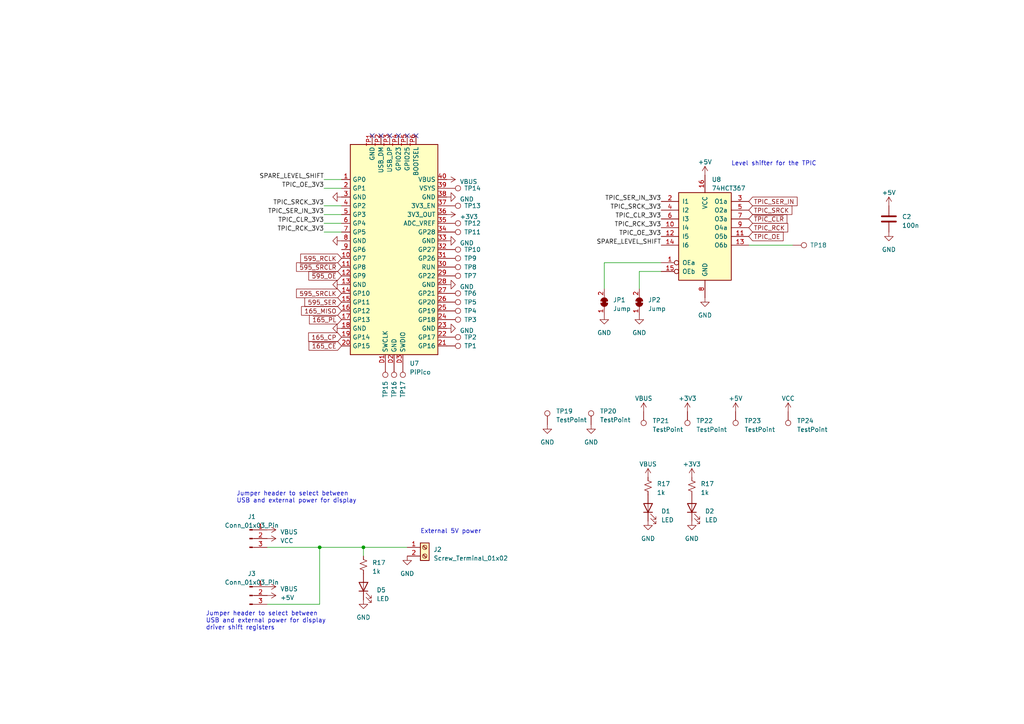
<source format=kicad_sch>
(kicad_sch (version 20230121) (generator eeschema)
  (paper "A4")
  (lib_symbols
    (symbol "74xx:74LS367" (pin_names (offset 1.016))
      (property "Reference" "U" (at -7.62 13.97 0))
      (property "Value" "74LS367" (at -7.62 -13.97 0))
      (symbol "74LS367_1_0"
        (pin input inverted (at -12.7 -7.62 0) (length 5.08) (name "OEa") (number "1"))
        (pin input line (at -12.7 2.54 0) (length 5.08) (name "I4") (number "10"))
        (pin tri_state line (at 12.7 0 180) (length 5.08) (name "O5b") (number "11"))
        (pin input line (at -12.7 0 0) (length 5.08) (name "I5") (number "12"))
        (pin tri_state line (at 12.7 -2.54 180) (length 5.08) (name "O6b") (number "13"))
        (pin input line (at -12.7 -2.54 0) (length 5.08) (name "I6") (number "14"))
        (pin input inverted (at -12.7 -10.16 0) (length 5.08) (name "OEb") (number "15"))
        (pin power_in line (at 0 17.78 270) (length 5.08) (name "VCC") (number "16"))
        (pin input line (at -12.7 10.16 0) (length 5.08) (name "I1") (number "2"))
        (pin tri_state line (at 12.7 10.16 180) (length 5.08) (name "O1a") (number "3"))
        (pin input line (at -12.7 7.62 0) (length 5.08) (name "I2") (number "4"))
        (pin tri_state line (at 12.7 7.62 180) (length 5.08) (name "O2a") (number "5"))
        (pin input line (at -12.7 5.08 0) (length 5.08) (name "I3") (number "6"))
        (pin tri_state line (at 12.7 5.08 180) (length 5.08) (name "O3a") (number "7"))
        (pin power_in line (at 0 -17.78 90) (length 5.08) (name "GND") (number "8"))
        (pin tri_state line (at 12.7 2.54 180) (length 5.08) (name "O4a") (number "9"))
      )
      (symbol "74LS367_1_1"
        (rectangle (start -7.62 12.7) (end 7.62 -12.7) (stroke (width 0.254)) (fill (type background)))
      )
    )
    (symbol "Connector:Conn_01x03_Pin" (pin_names (offset 1.016) hide)
      (property "Reference" "J" (at 0 5.08 0))
      (property "Value" "Conn_01x03_Pin" (at 0 -5.08 0))
      (symbol "Conn_01x03_Pin_1_1"
        (polyline (pts (xy 1.27 -2.54) (xy 0.8636 -2.54)) (stroke (width 0.1524)))
        (polyline (pts (xy 1.27 0) (xy 0.8636 0)) (stroke (width 0.1524)))
        (polyline (pts (xy 1.27 2.54) (xy 0.8636 2.54)) (stroke (width 0.1524)))
        (rectangle (start 0.8636 -2.413) (end 0 -2.667) (stroke (width 0.1524)) (fill (type outline)))
        (rectangle (start 0.8636 0.127) (end 0 -0.127) (stroke (width 0.1524)) (fill (type outline)))
        (rectangle (start 0.8636 2.667) (end 0 2.413) (stroke (width 0.1524)) (fill (type outline)))
        (pin passive line (at 5.08 2.54 180) (length 3.81) (name "Pin_1") (number "1"))
        (pin passive line (at 5.08 0 180) (length 3.81) (name "Pin_2") (number "2"))
        (pin passive line (at 5.08 -2.54 180) (length 3.81) (name "Pin_3") (number "3"))
      )
    )
    (symbol "Connector:Screw_Terminal_01x02" (pin_names (offset 1.016) hide)
      (property "Reference" "J" (at 0 2.54 0))
      (property "Value" "Screw_Terminal_01x02" (at 0 -5.08 0))
      (symbol "Screw_Terminal_01x02_1_1"
        (rectangle (start -1.27 1.27) (end 1.27 -3.81) (stroke (width 0.254)) (fill (type background)))
        (circle (center 0 -2.54) (radius 0.635) (stroke (width 0.1524)))
        (polyline (pts (xy -0.5334 -2.2098) (xy 0.3302 -3.048)) (stroke (width 0.1524)))
        (polyline (pts (xy -0.5334 0.3302) (xy 0.3302 -0.508)) (stroke (width 0.1524)))
        (polyline (pts (xy -0.3556 -2.032) (xy 0.508 -2.8702)) (stroke (width 0.1524)))
        (polyline (pts (xy -0.3556 0.508) (xy 0.508 -0.3302)) (stroke (width 0.1524)))
        (circle (center 0 0) (radius 0.635) (stroke (width 0.1524)))
        (pin passive line (at -5.08 0 0) (length 3.81) (name "Pin_1") (number "1"))
        (pin passive line (at -5.08 -2.54 0) (length 3.81) (name "Pin_2") (number "2"))
      )
    )
    (symbol "Connector:TestPoint" (pin_numbers hide) (pin_names (offset 0.762) hide)
      (property "Reference" "TP" (at 0 6.858 0))
      (property "Value" "TestPoint" (at 0 5.08 0))
      (symbol "TestPoint_0_1"
        (circle (center 0 3.302) (radius 0.762))
      )
      (symbol "TestPoint_1_1"
        (pin passive line (at 0 0 90) (length 2.54) (name "1") (number "1"))
      )
    )
    (symbol "Defuse_symbols:PiPico" (pin_names (offset 0.635))
      (property "Reference" "U" (at 10.16 33.02 0))
      (property "Value" "PiPico" (at 12.7 -33.02 0))
      (symbol "PiPico_0_0"
        (pin bidirectional line (at -15.24 20.32 0) (length 2.54) (name "GP0") (number "1"))
        (pin bidirectional line (at -15.24 -2.54 0) (length 2.54) (name "GP7") (number "10"))
        (pin bidirectional line (at -15.24 -5.08 0) (length 2.54) (name "GP8") (number "11"))
        (pin bidirectional line (at -15.24 -7.62 0) (length 2.54) (name "GP9") (number "12"))
        (pin bidirectional line (at -15.24 -10.16 0) (length 2.54) (name "GND") (number "13"))
        (pin bidirectional line (at -15.24 -12.7 0) (length 2.54) (name "GP10") (number "14"))
        (pin bidirectional line (at -15.24 -15.24 0) (length 2.54) (name "GP11") (number "15"))
        (pin bidirectional line (at -15.24 -17.78 0) (length 2.54) (name "GP12") (number "16"))
        (pin bidirectional line (at -15.24 -20.32 0) (length 2.54) (name "GP13") (number "17"))
        (pin bidirectional line (at -15.24 -22.86 0) (length 2.54) (name "GND") (number "18"))
        (pin bidirectional line (at -15.24 -25.4 0) (length 2.54) (name "GP14") (number "19"))
        (pin bidirectional line (at -15.24 17.78 0) (length 2.54) (name "GP1") (number "2"))
        (pin bidirectional line (at -15.24 -27.94 0) (length 2.54) (name "GP15") (number "20"))
        (pin bidirectional line (at 15.24 -27.94 180) (length 2.54) (name "GP16") (number "21"))
        (pin bidirectional line (at 15.24 -25.4 180) (length 2.54) (name "GP17") (number "22"))
        (pin bidirectional line (at 15.24 -22.86 180) (length 2.54) (name "GND") (number "23"))
        (pin bidirectional line (at 15.24 -20.32 180) (length 2.54) (name "GP18") (number "24"))
        (pin bidirectional line (at 15.24 -17.78 180) (length 2.54) (name "GP19") (number "25"))
        (pin bidirectional line (at 15.24 -15.24 180) (length 2.54) (name "GP20") (number "26"))
        (pin bidirectional line (at 15.24 -12.7 180) (length 2.54) (name "GP21") (number "27"))
        (pin bidirectional line (at 15.24 -10.16 180) (length 2.54) (name "GND") (number "28"))
        (pin bidirectional line (at 15.24 -7.62 180) (length 2.54) (name "GP22") (number "29"))
        (pin bidirectional line (at -15.24 15.24 0) (length 2.54) (name "GND") (number "3"))
        (pin bidirectional line (at 15.24 -5.08 180) (length 2.54) (name "RUN") (number "30"))
        (pin bidirectional line (at 15.24 -2.54 180) (length 2.54) (name "GP26") (number "31"))
        (pin bidirectional line (at 15.24 0 180) (length 2.54) (name "GP27") (number "32"))
        (pin bidirectional line (at 15.24 2.54 180) (length 2.54) (name "GND") (number "33"))
        (pin bidirectional line (at 15.24 5.08 180) (length 2.54) (name "GP28") (number "34"))
        (pin bidirectional line (at 15.24 7.62 180) (length 2.54) (name "ADC_VREF") (number "35"))
        (pin bidirectional line (at 15.24 10.16 180) (length 2.54) (name "3V3_OUT") (number "36"))
        (pin bidirectional line (at 15.24 12.7 180) (length 2.54) (name "3V3_EN") (number "37"))
        (pin bidirectional line (at 15.24 15.24 180) (length 2.54) (name "GND") (number "38"))
        (pin bidirectional line (at 15.24 17.78 180) (length 2.54) (name "VSYS") (number "39"))
        (pin bidirectional line (at -15.24 12.7 0) (length 2.54) (name "GP2") (number "4"))
        (pin bidirectional line (at 15.24 20.32 180) (length 2.54) (name "VBUS") (number "40"))
        (pin bidirectional line (at -15.24 10.16 0) (length 2.54) (name "GP3") (number "5"))
        (pin bidirectional line (at -15.24 7.62 0) (length 2.54) (name "GP4") (number "6"))
        (pin bidirectional line (at -15.24 5.08 0) (length 2.54) (name "GP5") (number "7"))
        (pin bidirectional line (at -15.24 2.54 0) (length 2.54) (name "GND") (number "8"))
        (pin bidirectional line (at -15.24 0 0) (length 2.54) (name "GP6") (number "9"))
        (pin bidirectional line (at -2.54 -33.02 90) (length 2.54) (name "SWCLK") (number "D1"))
        (pin bidirectional line (at 0 -33.02 90) (length 2.54) (name "GND") (number "D2"))
        (pin bidirectional line (at 2.54 -33.02 90) (length 2.54) (name "SWDIO") (number "D3"))
        (pin bidirectional line (at -6.35 33.02 270) (length 2.54) (name "GND") (number "TP1"))
        (pin bidirectional line (at -3.81 33.02 270) (length 2.54) (name "USB_DM") (number "TP2"))
        (pin bidirectional line (at -1.27 33.02 270) (length 2.54) (name "USB_DP") (number "TP3"))
        (pin bidirectional line (at 1.27 33.02 270) (length 2.54) (name "GPIO23") (number "TP4"))
        (pin bidirectional line (at 3.81 33.02 270) (length 2.54) (name "GPIO25") (number "TP5"))
        (pin bidirectional line (at 6.35 33.02 270) (length 2.54) (name "BOOTSEL") (number "TP6"))
      )
      (symbol "PiPico_0_1"
        (rectangle (start -12.7 30.48) (end 12.7 -30.48) (stroke (width 0.254)) (fill (type background)))
      )
    )
    (symbol "Device:C" (pin_numbers hide) (pin_names (offset 0.254))
      (property "Reference" "C" (at 0.635 2.54 0))
      (property "Value" "C" (at 0.635 -2.54 0))
      (symbol "C_0_1"
        (polyline (pts (xy -2.032 -0.762) (xy 2.032 -0.762)) (stroke (width 0.508)))
        (polyline (pts (xy -2.032 0.762) (xy 2.032 0.762)) (stroke (width 0.508)))
      )
      (symbol "C_1_1"
        (pin passive line (at 0 3.81 270) (length 2.794) (name "~") (number "1"))
        (pin passive line (at 0 -3.81 90) (length 2.794) (name "~") (number "2"))
      )
    )
    (symbol "Device:LED" (pin_numbers hide) (pin_names (offset 1.016) hide)
      (property "Reference" "D" (at 0 2.54 0))
      (property "Value" "LED" (at 0 -2.54 0))
      (symbol "LED_0_1"
        (polyline (pts (xy -1.27 -1.27) (xy -1.27 1.27)) (stroke (width 0.254)))
        (polyline (pts (xy -1.27 0) (xy 1.27 0)))
        (polyline (pts (xy 1.27 -1.27) (xy 1.27 1.27) (xy -1.27 0) (xy 1.27 -1.27)) (stroke (width 0.254)))
        (polyline (pts (xy -3.048 -0.762) (xy -4.572 -2.286) (xy -3.81 -2.286) (xy -4.572 -2.286) (xy -4.572 -1.524)))
        (polyline (pts (xy -1.778 -0.762) (xy -3.302 -2.286) (xy -2.54 -2.286) (xy -3.302 -2.286) (xy -3.302 -1.524)))
      )
      (symbol "LED_1_1"
        (pin passive line (at -3.81 0 0) (length 2.54) (name "K") (number "1"))
        (pin passive line (at 3.81 0 180) (length 2.54) (name "A") (number "2"))
      )
    )
    (symbol "Device:R_Small_US" (pin_numbers hide) (pin_names (offset 0.254) hide)
      (property "Reference" "R" (at 0.762 0.508 0))
      (property "Value" "R_Small_US" (at 0.762 -1.016 0))
      (symbol "R_Small_US_1_1"
        (polyline (pts (xy 0 0) (xy 1.016 -0.381) (xy 0 -0.762) (xy -1.016 -1.143) (xy 0 -1.524)))
        (polyline (pts (xy 0 1.524) (xy 1.016 1.143) (xy 0 0.762) (xy -1.016 0.381) (xy 0 0)))
        (pin passive line (at 0 2.54 270) (length 1.016) (name "~") (number "1"))
        (pin passive line (at 0 -2.54 90) (length 1.016) (name "~") (number "2"))
      )
    )
    (symbol "Jumper:SolderJumper_2_Bridged" (pin_names (offset 0) hide)
      (property "Reference" "JP" (at 0 2.032 0))
      (property "Value" "SolderJumper_2_Bridged" (at 0 -2.54 0))
      (symbol "SolderJumper_2_Bridged_0_1"
        (rectangle (start -0.508 0.508) (end 0.508 -0.508) (fill (type outline)))
        (arc (start -0.254 1.016) (mid -1.2656 0) (end -0.254 -1.016))
        (arc (start -0.254 1.016) (mid -1.2656 0) (end -0.254 -1.016) (fill (type outline)))
        (polyline (pts (xy -0.254 1.016) (xy -0.254 -1.016)))
        (polyline (pts (xy 0.254 1.016) (xy 0.254 -1.016)))
        (arc (start 0.254 -1.016) (mid 1.2656 0) (end 0.254 1.016))
        (arc (start 0.254 -1.016) (mid 1.2656 0) (end 0.254 1.016) (fill (type outline)))
      )
      (symbol "SolderJumper_2_Bridged_1_1"
        (pin passive line (at -3.81 0 0) (length 2.54) (name "A") (number "1"))
        (pin passive line (at 3.81 0 180) (length 2.54) (name "B") (number "2"))
      )
    )
    (symbol "power:+3V3" (power) (pin_names (offset 0))
      (property "Value" "+3V3" (at 0 3.556 0))
      (symbol "+3V3_0_1"
        (polyline (pts (xy -0.762 1.27) (xy 0 2.54)))
        (polyline (pts (xy 0 0) (xy 0 2.54)))
        (polyline (pts (xy 0 2.54) (xy 0.762 1.27)))
      )
      (symbol "+3V3_1_1"
        (pin power_in line (at 0 0 90) (length 0) hide (name "+3V3") (number "1"))
      )
    )
    (symbol "power:+5V" (power) (pin_names (offset 0))
      (property "Value" "+5V" (at 0 3.556 0))
      (symbol "+5V_0_1"
        (polyline (pts (xy -0.762 1.27) (xy 0 2.54)))
        (polyline (pts (xy 0 0) (xy 0 2.54)))
        (polyline (pts (xy 0 2.54) (xy 0.762 1.27)))
      )
      (symbol "+5V_1_1"
        (pin power_in line (at 0 0 90) (length 0) hide (name "+5V") (number "1"))
      )
    )
    (symbol "power:GND" (power) (pin_names (offset 0))
      (property "Value" "GND" (at 0 -3.81 0))
      (symbol "GND_0_1"
        (polyline (pts (xy 0 0) (xy 0 -1.27) (xy 1.27 -1.27) (xy 0 -2.54) (xy -1.27 -1.27) (xy 0 -1.27)))
      )
      (symbol "GND_1_1"
        (pin power_in line (at 0 0 270) (length 0) hide (name "GND") (number "1"))
      )
    )
    (symbol "power:VBUS" (power) (pin_names (offset 0))
      (property "Value" "VBUS" (at 0 3.81 0))
      (symbol "VBUS_0_1"
        (polyline (pts (xy -0.762 1.27) (xy 0 2.54)))
        (polyline (pts (xy 0 0) (xy 0 2.54)))
        (polyline (pts (xy 0 2.54) (xy 0.762 1.27)))
      )
      (symbol "VBUS_1_1"
        (pin power_in line (at 0 0 90) (length 0) hide (name "VBUS") (number "1"))
      )
    )
    (symbol "power:VCC" (power) (pin_names (offset 0))
      (property "Value" "VCC" (at 0 3.81 0))
      (symbol "VCC_0_1"
        (polyline (pts (xy -0.762 1.27) (xy 0 2.54)))
        (polyline (pts (xy 0 0) (xy 0 2.54)))
        (polyline (pts (xy 0 2.54) (xy 0.762 1.27)))
      )
      (symbol "VCC_1_1"
        (pin power_in line (at 0 0 90) (length 0) hide (name "VCC") (number "1"))
      )
    )
  )
  (junction (at 92.71 158.75))
  (junction (at 105.41 158.75))
  (no_connect (at 118.11 39.37))
  (no_connect (at 115.57 39.37))
  (no_connect (at 107.95 39.37))
  (no_connect (at 113.03 39.37))
  (no_connect (at 110.49 39.37))
  (no_connect (at 120.65 39.37))
  (wire (pts (xy 92.71 158.75) (xy 105.41 158.75)))
  (wire (pts (xy 77.47 175.26) (xy 92.71 175.26)))
  (wire (pts (xy 92.71 175.26) (xy 92.71 158.75)))
  (wire (pts (xy 175.26 76.2) (xy 191.77 76.2)))
  (wire (pts (xy 185.42 83.82) (xy 185.42 78.74)))
  (wire (pts (xy 93.98 52.07) (xy 99.06 52.07)))
  (wire (pts (xy 175.26 83.82) (xy 175.26 76.2)))
  (wire (pts (xy 217.17 71.12) (xy 229.87 71.12)))
  (wire (pts (xy 93.98 62.23) (xy 99.06 62.23)))
  (wire (pts (xy 93.98 67.31) (xy 99.06 67.31)))
  (wire (pts (xy 93.98 59.69) (xy 99.06 59.69)))
  (wire (pts (xy 185.42 78.74) (xy 191.77 78.74)))
  (wire (pts (xy 93.98 54.61) (xy 99.06 54.61)))
  (wire (pts (xy 77.47 158.75) (xy 92.71 158.75)))
  (wire (pts (xy 93.98 64.77) (xy 99.06 64.77)))
  (wire (pts (xy 105.41 161.29) (xy 105.41 158.75)))
  (wire (pts (xy 105.41 158.75) (xy 118.11 158.75)))
  (text "Level shifter for the TPIC" (at 212.09 48.26 0) (effects (font (size 1.27 1.27)) (justify left bottom)))
  (text "Jumper header to select between\nUSB and external power for display\ndriver shift registers" (at 59.69 182.88 0) (effects (font (size 1.27 1.27)) (justify left bottom)))
  (text "External 5V power" (at 121.92 154.94 0) (effects (font (size 1.27 1.27)) (justify left bottom)))
  (text "Jumper header to select between\nUSB and external power for display" (at 68.58 146.05 0) (effects (font (size 1.27 1.27)) (justify left bottom)))
  (label "TPIC_RCK_3V3" (at 191.77 66.04 180))
  (label "TPIC_SRCK_3V3" (at 191.77 60.96 180))
  (label "SPARE_LEVEL_SHIFT" (at 191.77 71.12 180))
  (label "TPIC_RCK_3V3" (at 93.98 67.31 180))
  (label "TPIC_SRCK_3V3" (at 93.98 59.69 180))
  (label "TPIC_OE_3V3" (at 93.98 54.61 180))
  (label "TPIC_CLR_3V3" (at 191.77 63.5 180))
  (label "TPIC_CLR_3V3" (at 93.98 64.77 180))
  (label "TPIC_SER_IN_3V3" (at 93.98 62.23 180))
  (label "SPARE_LEVEL_SHIFT" (at 93.98 52.07 180))
  (label "TPIC_SER_IN_3V3" (at 191.77 58.42 180))
  (label "TPIC_OE_3V3" (at 191.77 68.58 180))
  (global_label "595_SER" (shape input) (at 99.06 87.63 180) (property "Intersheetrefs" "${INTERSHEET_REFS}" (effects hide)))
  (global_label "TPIC_SRCK" (shape input) (at 217.17 60.96 0) (property "Intersheetrefs" "${INTERSHEET_REFS}" (effects hide)))
  (global_label "TPIC_RCK" (shape input) (at 217.17 66.04 0) (property "Intersheetrefs" "${INTERSHEET_REFS}" (effects hide)))
  (global_label "595_RCLK" (shape input) (at 99.06 74.93 180) (property "Intersheetrefs" "${INTERSHEET_REFS}" (effects hide)))
  (global_label "595_SRCLK" (shape input) (at 99.06 85.09 180) (property "Intersheetrefs" "${INTERSHEET_REFS}" (effects hide)))
  (global_label "~{595_OE}" (shape input) (at 99.06 80.01 180) (property "Intersheetrefs" "${INTERSHEET_REFS}" (effects hide)))
  (global_label "165_MISO" (shape input) (at 99.06 90.17 180) (property "Intersheetrefs" "${INTERSHEET_REFS}" (effects hide)))
  (global_label "165_CP" (shape input) (at 99.06 97.79 180) (property "Intersheetrefs" "${INTERSHEET_REFS}" (effects hide)))
  (global_label "~{TPIC_CLR}" (shape input) (at 217.17 63.5 0) (property "Intersheetrefs" "${INTERSHEET_REFS}" (effects hide)))
  (global_label "~{595_SRCLR}" (shape input) (at 99.06 77.47 180) (property "Intersheetrefs" "${INTERSHEET_REFS}" (effects hide)))
  (global_label "TPIC_OE" (shape input) (at 217.17 68.58 0) (property "Intersheetrefs" "${INTERSHEET_REFS}" (effects hide)))
  (global_label "~{165_CE}" (shape input) (at 99.06 100.33 180) (property "Intersheetrefs" "${INTERSHEET_REFS}" (effects hide)))
  (global_label "TPIC_SER_IN" (shape input) (at 217.17 58.42 0) (property "Intersheetrefs" "${INTERSHEET_REFS}" (effects hide)))
  (global_label "~{165_PL}" (shape input) (at 99.06 92.71 180) (property "Intersheetrefs" "${INTERSHEET_REFS}" (effects hide)))
  (symbol (lib_id "power:VBUS") (at 187.96 138.43 0) (unit 1)
    (property "Reference" "#PWR049" (effects hide))
    (property "Value" "VBUS" (at 187.96 134.62 0))
  )
  (symbol (lib_id "Connector:TestPoint") (at 129.54 59.69 270) (unit 1)
    (property "Reference" "TP13" (at 134.62 59.69 90) (effects (justify left)))
    (property "Value" "TestPoint" (effects hide))
    (property "Footprint" "Connector_Pin:Pin_D1.0mm_L10.0mm" (effects hide))
  )
  (symbol (lib_id "Defuse_symbols:PiPico") (at 114.3 72.39 0) (unit 1)
    (property "Reference" "U7" (at 118.7959 105.41 0) (effects (justify left)))
    (property "Value" "PiPico" (at 118.7959 107.95 0) (effects (justify left)))
    (property "Footprint" "Defuse_footprints:PiPico_thru_and_surface" (effects hide))
    (property "Datasheet" "../datasheets/pico-datasheet.pdf" (effects hide))
  )
  (symbol (lib_id "power:GND") (at 175.26 91.44 0) (unit 1)
    (property "Reference" "#PWR012" (effects hide))
    (property "Value" "GND" (at 175.26 96.52 0))
    (instances (project "seg25_puzzle" (path "" (reference "#PWR012") (unit 1)) (path "" (reference "#PWR040") (unit 1))))
  )
  (symbol (lib_id "Connector:TestPoint") (at 129.54 74.93 270) (unit 1)
    (property "Reference" "TP9" (at 134.62 74.93 90) (effects (justify left)))
    (property "Value" "TestPoint" (effects hide))
    (property "Footprint" "Connector_Pin:Pin_D1.0mm_L10.0mm" (effects hide))
  )
  (symbol (lib_id "Connector:TestPoint") (at 116.84 105.41 180) (unit 1)
    (property "Reference" "TP17" (at 116.84 110.49 90) (effects (justify left)))
    (property "Value" "TestPoint" (effects hide))
    (property "Footprint" "Connector_Pin:Pin_D1.0mm_L10.0mm" (effects hide))
  )
  (symbol (lib_id "Device:LED") (at 200.66 147.32 90) (unit 1)
    (property "Reference" "D2" (at 204.47 148.2725 90) (effects (justify right)))
    (property "Value" "LED" (at 204.47 150.8125 90) (effects (justify right)))
    (property "Footprint" "LED_THT:LED_D3.0mm" (effects hide))
  )
  (symbol (lib_id "power:VBUS") (at 129.54 52.07 270) (unit 1)
    (property "Reference" "#PWR043" (effects hide))
    (property "Value" "VBUS" (at 133.35 52.705 90) (effects (justify left)))
  )
  (symbol (lib_id "power:+5V") (at 257.81 59.69 0) (unit 1)
    (property "Reference" "#PWR04" (effects hide))
    (property "Value" "+5V" (at 257.81 55.88 0))
    (instances (project "seg25_puzzle" (path "" (reference "#PWR04") (unit 1)) (path "" (reference "#PWR04") (unit 1)) (path "" (reference "#PWR013") (unit 1))))
  )
  (symbol (lib_id "power:GND") (at 129.54 57.15 90) (unit 1)
    (property "Reference" "#PWR012" (effects hide))
    (property "Value" "GND" (at 133.35 57.785 90) (effects (justify right)))
    (instances (project "seg25_puzzle" (path "" (reference "#PWR012") (unit 1)) (path "" (reference "#PWR036") (unit 1))))
  )
  (symbol (lib_id "Connector:TestPoint") (at 129.54 90.17 270) (unit 1)
    (property "Reference" "TP4" (at 134.62 90.17 90) (effects (justify left)))
    (property "Value" "TestPoint" (effects hide))
    (property "Footprint" "Connector_Pin:Pin_D1.0mm_L10.0mm" (effects hide))
  )
  (symbol (lib_id "power:VCC") (at 77.47 156.21 270) (unit 1)
    (property "Reference" "#PWR014" (effects hide))
    (property "Value" "VCC" (at 81.28 156.845 90) (effects (justify left)))
    (instances (project "seg25_puzzle" (path "" (reference "#PWR014") (unit 1)) (path "" (reference "#PWR025") (unit 1))))
  )
  (symbol (lib_id "Connector:TestPoint") (at 186.69 119.38 180) (unit 1)
    (property "Reference" "TP21" (at 189.23 122.047 0) (effects (justify right)))
    (property "Value" "TestPoint" (at 189.23 124.587 0) (effects (justify right)))
    (property "Footprint" "Connector_PinHeader_2.54mm:PinHeader_1x01_P2.54mm_Vertical" (effects hide))
  )
  (symbol (lib_id "power:+5V") (at 213.36 119.38 0) (unit 1)
    (property "Reference" "#PWR015" (effects hide))
    (property "Value" "+5V" (at 213.36 115.57 0))
    (instances (project "seg25_puzzle" (path "" (reference "#PWR015") (unit 1)) (path "" (reference "#PWR047") (unit 1))))
  )
  (symbol (lib_id "Connector:TestPoint") (at 111.76 105.41 180) (unit 1)
    (property "Reference" "TP15" (at 111.76 110.49 90) (effects (justify left)))
    (property "Value" "TestPoint" (effects hide))
    (property "Footprint" "Connector_Pin:Pin_D1.0mm_L10.0mm" (effects hide))
  )
  (symbol (lib_id "Connector:TestPoint") (at 129.54 67.31 270) (unit 1)
    (property "Reference" "TP11" (at 134.62 67.31 90) (effects (justify left)))
    (property "Value" "TestPoint" (effects hide))
    (property "Footprint" "Connector_Pin:Pin_D1.0mm_L10.0mm" (effects hide))
  )
  (symbol (lib_id "power:GND") (at 204.47 86.36 0) (unit 1)
    (property "Reference" "#PWR012" (effects hide))
    (property "Value" "GND" (at 204.47 91.44 0))
    (instances (project "seg25_puzzle" (path "" (reference "#PWR012") (unit 1)) (path "" (reference "#PWR039") (unit 1))))
  )
  (symbol (lib_id "74xx:74LS367") (at 204.47 68.58 0) (unit 1)
    (property "Reference" "U8" (at 206.4259 52.07 0) (effects (justify left)))
    (property "Value" "74HCT367" (at 206.4259 54.61 0) (effects (justify left)))
    (property "Footprint" "Package_SO:SOIC-16_3.9x9.9mm_P1.27mm" (effects hide))
    (property "Datasheet" "http://www.ti.com/lit/gpn/sn74LS367" (effects hide))
  )
  (symbol (lib_id "Connector:TestPoint") (at 129.54 85.09 270) (unit 1)
    (property "Reference" "TP6" (at 134.62 85.09 90) (effects (justify left)))
    (property "Value" "TestPoint" (effects hide))
    (property "Footprint" "Connector_Pin:Pin_D1.0mm_L10.0mm" (effects hide))
  )
  (symbol (lib_id "Connector:TestPoint") (at 171.45 123.19 0) (unit 1)
    (property "Reference" "TP20" (at 173.99 119.253 0) (effects (justify left)))
    (property "Value" "TestPoint" (at 173.99 121.793 0) (effects (justify left)))
    (property "Footprint" "Connector_PinHeader_2.54mm:PinHeader_1x01_P2.54mm_Vertical" (effects hide))
  )
  (symbol (lib_id "Connector:TestPoint") (at 129.54 100.33 270) (unit 1)
    (property "Reference" "TP1" (at 134.62 100.33 90) (effects (justify left)))
    (property "Value" "TestPoint" (effects hide))
    (property "Footprint" "Connector_Pin:Pin_D1.0mm_L10.0mm" (effects hide))
  )
  (symbol (lib_id "power:GND") (at 185.42 91.44 0) (unit 1)
    (property "Reference" "#PWR012" (effects hide))
    (property "Value" "GND" (at 185.42 96.52 0))
    (instances (project "seg25_puzzle" (path "" (reference "#PWR012") (unit 1)) (path "" (reference "#PWR041") (unit 1))))
  )
  (symbol (lib_id "power:VBUS") (at 77.47 170.18 270) (unit 1)
    (property "Reference" "#PWR046" (effects hide))
    (property "Value" "VBUS" (at 81.28 170.815 90) (effects (justify left)))
  )
  (symbol (lib_id "power:VCC") (at 228.6 119.38 0) (unit 1)
    (property "Reference" "#PWR014" (effects hide))
    (property "Value" "VCC" (at 228.6 115.57 0))
    (instances (project "seg25_puzzle" (path "" (reference "#PWR014") (unit 1)) (path "" (reference "#PWR048") (unit 1))))
  )
  (symbol (lib_id "power:GND") (at 118.11 161.29 0) (unit 1)
    (property "Reference" "#PWR012" (effects hide))
    (property "Value" "GND" (at 118.11 166.37 0))
    (instances (project "seg25_puzzle" (path "" (reference "#PWR012") (unit 1)) (path "" (reference "#PWR015") (unit 1))))
  )
  (symbol (lib_id "Connector:TestPoint") (at 199.39 119.38 180) (unit 1)
    (property "Reference" "TP22" (at 201.93 122.047 0) (effects (justify right)))
    (property "Value" "TestPoint" (at 201.93 124.587 0) (effects (justify right)))
    (property "Footprint" "Connector_PinHeader_2.54mm:PinHeader_1x01_P2.54mm_Vertical" (effects hide))
  )
  (symbol (lib_id "Device:LED") (at 187.96 147.32 90) (unit 1)
    (property "Reference" "D1" (at 191.77 148.2725 90) (effects (justify right)))
    (property "Value" "LED" (at 191.77 150.8125 90) (effects (justify right)))
    (property "Footprint" "LED_THT:LED_D3.0mm" (effects hide))
  )
  (symbol (lib_id "power:GND") (at 99.06 95.25 270) (unit 1)
    (property "Reference" "#PWR012" (effects hide))
    (property "Value" "GND" (effects hide))
    (instances (project "seg25_puzzle" (path "" (reference "#PWR012") (unit 1)) (path "" (reference "#PWR032") (unit 1))))
  )
  (symbol (lib_id "Connector:TestPoint") (at 129.54 72.39 270) (unit 1)
    (property "Reference" "TP10" (at 134.62 72.39 90) (effects (justify left)))
    (property "Value" "TestPoint" (effects hide))
    (property "Footprint" "Connector_Pin:Pin_D1.0mm_L10.0mm" (effects hide))
  )
  (symbol (lib_id "Connector:TestPoint") (at 129.54 80.01 270) (unit 1)
    (property "Reference" "TP7" (at 134.62 80.01 90) (effects (justify left)))
    (property "Value" "TestPoint" (effects hide))
    (property "Footprint" "Connector_Pin:Pin_D1.0mm_L10.0mm" (effects hide))
  )
  (symbol (lib_id "power:GND") (at 99.06 57.15 270) (unit 1)
    (property "Reference" "#PWR012" (effects hide))
    (property "Value" "GND" (effects hide))
    (instances (project "seg25_puzzle" (path "" (reference "#PWR012") (unit 1)) (path "" (reference "#PWR029") (unit 1))))
  )
  (symbol (lib_id "power:GND") (at 99.06 82.55 270) (unit 1)
    (property "Reference" "#PWR012" (effects hide))
    (property "Value" "GND" (effects hide))
    (instances (project "seg25_puzzle" (path "" (reference "#PWR012") (unit 1)) (path "" (reference "#PWR031") (unit 1))))
  )
  (symbol (lib_id "Jumper:SolderJumper_2_Bridged") (at 175.26 87.63 90) (unit 1)
    (property "Reference" "JP1" (at 177.8 86.995 90) (effects (justify right)))
    (property "Value" "Jump" (at 177.8 89.535 90) (effects (justify right)))
    (property "Footprint" "Jumper:SolderJumper-2_P1.3mm_Bridged_Pad1.0x1.5mm" (effects hide))
  )
  (symbol (lib_id "Jumper:SolderJumper_2_Bridged") (at 185.42 87.63 90) (unit 1)
    (property "Reference" "JP2" (at 187.96 86.995 90) (effects (justify right)))
    (property "Value" "Jump" (at 187.96 89.535 90) (effects (justify right)))
    (property "Footprint" "Jumper:SolderJumper-2_P1.3mm_Bridged_Pad1.0x1.5mm" (effects hide))
  )
  (symbol (lib_id "Connector:TestPoint") (at 213.36 119.38 180) (unit 1)
    (property "Reference" "TP23" (at 215.9 122.047 0) (effects (justify right)))
    (property "Value" "TestPoint" (at 215.9 124.587 0) (effects (justify right)))
    (property "Footprint" "Connector_PinHeader_2.54mm:PinHeader_1x01_P2.54mm_Vertical" (effects hide))
  )
  (symbol (lib_id "power:GND") (at 129.54 69.85 90) (unit 1)
    (property "Reference" "#PWR012" (effects hide))
    (property "Value" "GND" (at 133.35 70.485 90) (effects (justify right)))
    (instances (project "seg25_puzzle" (path "" (reference "#PWR012") (unit 1)) (path "" (reference "#PWR035") (unit 1))))
  )
  (symbol (lib_id "power:VBUS") (at 186.69 119.38 0) (unit 1)
    (property "Reference" "#PWR042" (effects hide))
    (property "Value" "VBUS" (at 186.69 115.57 0))
  )
  (symbol (lib_id "Device:R_Small_US") (at 200.66 140.97 180) (unit 1)
    (property "Reference" "R17" (at 203.2 140.335 0) (effects (justify right)))
    (property "Value" "1k" (at 203.2 142.875 0) (effects (justify right)))
    (property "Footprint" "Resistor_SMD:R_0805_2012Metric" (effects hide))
    (instances (project "seg25_puzzle" (path "" (reference "R17") (unit 1)) (path "" (reference "R23") (unit 1)) (path "" (reference "R32") (unit 1))))
  )
  (symbol (lib_id "power:+3V3") (at 129.54 62.23 270) (unit 1)
    (property "Reference" "#PWR037" (effects hide))
    (property "Value" "+3V3" (at 133.35 62.865 90) (effects (justify left)))
  )
  (symbol (lib_id "power:GND") (at 171.45 123.19 0) (unit 1)
    (property "Reference" "#PWR012" (effects hide))
    (property "Value" "GND" (at 171.45 128.27 0))
    (instances (project "seg25_puzzle" (path "" (reference "#PWR012") (unit 1)) (path "" (reference "#PWR028") (unit 1))))
  )
  (symbol (lib_id "power:+5V") (at 204.47 50.8 0) (unit 1)
    (property "Reference" "#PWR015" (effects hide))
    (property "Value" "+5V" (at 204.47 46.99 0))
    (instances (project "seg25_puzzle" (path "" (reference "#PWR015") (unit 1)) (path "" (reference "#PWR038") (unit 1))))
  )
  (symbol (lib_id "Connector:Screw_Terminal_01x02") (at 123.19 158.75 0) (unit 1)
    (property "Reference" "J2" (at 125.73 159.385 0) (effects (justify left)))
    (property "Value" "Screw_Terminal_01x02" (at 125.73 161.925 0) (effects (justify left)))
    (property "Footprint" "TerminalBlock_RND:TerminalBlock_RND_205-00012_1x02_P5.00mm_Horizontal" (effects hide))
  )
  (symbol (lib_id "Device:R_Small_US") (at 105.41 163.83 180) (unit 1)
    (property "Reference" "R17" (at 107.95 163.195 0) (effects (justify right)))
    (property "Value" "1k" (at 107.95 165.735 0) (effects (justify right)))
    (property "Footprint" "Resistor_SMD:R_0805_2012Metric" (effects hide))
    (instances (project "seg25_puzzle" (path "" (reference "R17") (unit 1)) (path "" (reference "R23") (unit 1)) (path "" (reference "R35") (unit 1))))
  )
  (symbol (lib_id "Connector:TestPoint") (at 229.87 71.12 270) (unit 1)
    (property "Reference" "TP18" (at 234.95 71.12 90) (effects (justify left)))
    (property "Value" "TestPoint" (effects hide))
    (property "Footprint" "Connector_Pin:Pin_D1.0mm_L10.0mm" (effects hide))
  )
  (symbol (lib_id "Connector:TestPoint") (at 129.54 87.63 270) (unit 1)
    (property "Reference" "TP5" (at 134.62 87.63 90) (effects (justify left)))
    (property "Value" "TestPoint" (effects hide))
    (property "Footprint" "Connector_Pin:Pin_D1.0mm_L10.0mm" (effects hide))
  )
  (symbol (lib_id "power:GND") (at 129.54 82.55 90) (unit 1)
    (property "Reference" "#PWR012" (effects hide))
    (property "Value" "GND" (at 133.35 83.185 90) (effects (justify right)))
    (instances (project "seg25_puzzle" (path "" (reference "#PWR012") (unit 1)) (path "" (reference "#PWR034") (unit 1))))
  )
  (symbol (lib_id "power:VBUS") (at 77.47 153.67 270) (unit 1)
    (property "Reference" "#PWR044" (effects hide))
    (property "Value" "VBUS" (at 81.28 154.305 90) (effects (justify left)))
  )
  (symbol (lib_id "Connector:TestPoint") (at 228.6 119.38 180) (unit 1)
    (property "Reference" "TP24" (at 231.14 122.047 0) (effects (justify right)))
    (property "Value" "TestPoint" (at 231.14 124.587 0) (effects (justify right)))
    (property "Footprint" "Connector_PinHeader_2.54mm:PinHeader_1x01_P2.54mm_Vertical" (effects hide))
  )
  (symbol (lib_id "power:GND") (at 99.06 69.85 270) (unit 1)
    (property "Reference" "#PWR012" (effects hide))
    (property "Value" "GND" (effects hide))
    (instances (project "seg25_puzzle" (path "" (reference "#PWR012") (unit 1)) (path "" (reference "#PWR030") (unit 1))))
  )
  (symbol (lib_id "Connector:TestPoint") (at 114.3 105.41 180) (unit 1)
    (property "Reference" "TP16" (at 114.3 110.49 90) (effects (justify left)))
    (property "Value" "TestPoint" (effects hide))
    (property "Footprint" "Connector_Pin:Pin_D1.0mm_L10.0mm" (effects hide))
  )
  (symbol (lib_id "Connector:TestPoint") (at 158.75 123.19 0) (unit 1)
    (property "Reference" "TP19" (at 161.29 119.253 0) (effects (justify left)))
    (property "Value" "TestPoint" (at 161.29 121.793 0) (effects (justify left)))
    (property "Footprint" "Connector_PinHeader_2.54mm:PinHeader_1x01_P2.54mm_Vertical" (effects hide))
  )
  (symbol (lib_id "power:GND") (at 158.75 123.19 0) (unit 1)
    (property "Reference" "#PWR012" (effects hide))
    (property "Value" "GND" (at 158.75 128.27 0))
    (instances (project "seg25_puzzle" (path "" (reference "#PWR012") (unit 1)) (path "" (reference "#PWR027") (unit 1))))
  )
  (symbol (lib_id "Connector:TestPoint") (at 129.54 97.79 270) (unit 1)
    (property "Reference" "TP2" (at 134.62 97.79 90) (effects (justify left)))
    (property "Value" "TestPoint" (effects hide))
    (property "Footprint" "Connector_Pin:Pin_D1.0mm_L10.0mm" (effects hide))
  )
  (symbol (lib_id "Device:LED") (at 105.41 170.18 90) (unit 1)
    (property "Reference" "D5" (at 109.22 171.1325 90) (effects (justify right)))
    (property "Value" "LED" (at 109.22 173.6725 90) (effects (justify right)))
    (property "Footprint" "LED_THT:LED_D3.0mm" (effects hide))
  )
  (symbol (lib_id "power:GND") (at 129.54 95.25 90) (unit 1)
    (property "Reference" "#PWR012" (effects hide))
    (property "Value" "GND" (at 133.35 95.885 90) (effects (justify right)))
    (instances (project "seg25_puzzle" (path "" (reference "#PWR012") (unit 1)) (path "" (reference "#PWR033") (unit 1))))
  )
  (symbol (lib_id "power:+3V3") (at 199.39 119.38 0) (unit 1)
    (property "Reference" "#PWR037" (effects hide))
    (property "Value" "+3V3" (at 199.39 115.57 0))
    (instances (project "seg25_puzzle" (path "" (reference "#PWR037") (unit 1)) (path "" (reference "#PWR045") (unit 1))))
  )
  (symbol (lib_id "Connector:TestPoint") (at 129.54 64.77 270) (unit 1)
    (property "Reference" "TP12" (at 134.62 64.77 90) (effects (justify left)))
    (property "Value" "TestPoint" (effects hide))
    (property "Footprint" "Connector_Pin:Pin_D1.0mm_L10.0mm" (effects hide))
  )
  (symbol (lib_id "Connector:Conn_01x03_Pin") (at 72.39 172.72 0) (unit 1)
    (property "Reference" "J3" (at 73.025 166.37 0))
    (property "Value" "Conn_01x03_Pin" (at 73.025 168.91 0))
    (property "Footprint" "Connector_PinHeader_2.54mm:PinHeader_1x03_P2.54mm_Vertical" (effects hide))
  )
  (symbol (lib_id "power:+3V3") (at 200.66 138.43 0) (unit 1)
    (property "Reference" "#PWR037" (effects hide))
    (property "Value" "+3V3" (at 200.66 134.62 0))
    (instances (project "seg25_puzzle" (path "" (reference "#PWR037") (unit 1)) (path "" (reference "#PWR050") (unit 1))))
  )
  (symbol (lib_id "power:+5V") (at 77.47 172.72 270) (unit 1)
    (property "Reference" "#PWR015" (effects hide))
    (property "Value" "+5V" (at 81.28 173.355 90) (effects (justify left)))
    (instances (project "seg25_puzzle" (path "" (reference "#PWR015") (unit 1)) (path "" (reference "#PWR026") (unit 1))))
  )
  (symbol (lib_id "power:GND") (at 200.66 151.13 0) (unit 1)
    (property "Reference" "#PWR012" (effects hide))
    (property "Value" "GND" (at 200.66 156.21 0))
    (instances (project "seg25_puzzle" (path "" (reference "#PWR012") (unit 1)) (path "" (reference "#PWR054") (unit 1))))
  )
  (symbol (lib_id "Connector:TestPoint") (at 129.54 92.71 270) (unit 1)
    (property "Reference" "TP3" (at 134.62 92.71 90) (effects (justify left)))
    (property "Value" "TestPoint" (effects hide))
    (property "Footprint" "Connector_Pin:Pin_D1.0mm_L10.0mm" (effects hide))
  )
  (symbol (lib_id "power:GND") (at 187.96 151.13 0) (unit 1)
    (property "Reference" "#PWR012" (effects hide))
    (property "Value" "GND" (at 187.96 156.21 0))
    (instances (project "seg25_puzzle" (path "" (reference "#PWR012") (unit 1)) (path "" (reference "#PWR053") (unit 1))))
  )
  (symbol (lib_id "Connector:TestPoint") (at 129.54 77.47 270) (unit 1)
    (property "Reference" "TP8" (at 134.62 77.47 90) (effects (justify left)))
    (property "Value" "TestPoint" (effects hide))
    (property "Footprint" "Connector_Pin:Pin_D1.0mm_L10.0mm" (effects hide))
  )
  (symbol (lib_id "Device:R_Small_US") (at 187.96 140.97 180) (unit 1)
    (property "Reference" "R17" (at 190.5 140.335 0) (effects (justify right)))
    (property "Value" "1k" (at 190.5 142.875 0) (effects (justify right)))
    (property "Footprint" "Resistor_SMD:R_0805_2012Metric" (effects hide))
    (instances (project "seg25_puzzle" (path "" (reference "R17") (unit 1)) (path "" (reference "R23") (unit 1)) (path "" (reference "R31") (unit 1))))
  )
  (symbol (lib_id "power:GND") (at 105.41 173.99 0) (unit 1)
    (property "Reference" "#PWR012" (effects hide))
    (property "Value" "GND" (at 105.41 179.07 0))
    (instances (project "seg25_puzzle" (path "" (reference "#PWR012") (unit 1)) (path "" (reference "#PWR058") (unit 1))))
  )
  (symbol (lib_id "Connector:Conn_01x03_Pin") (at 72.39 156.21 0) (unit 1)
    (property "Reference" "J1" (at 73.025 149.86 0))
    (property "Value" "Conn_01x03_Pin" (at 73.025 152.4 0))
    (property "Footprint" "Connector_PinHeader_2.54mm:PinHeader_1x03_P2.54mm_Vertical" (effects hide))
  )
  (symbol (lib_id "Device:C") (at 257.81 63.5 0) (unit 1)
    (property "Reference" "C2" (at 261.62 62.865 0) (effects (justify left)))
    (property "Value" "100n" (at 261.62 65.405 0) (effects (justify left)))
    (property "Footprint" "Capacitor_SMD:C_0805_2012Metric" (effects hide))
    (instances (project "seg25_puzzle" (path "" (reference "C2") (unit 1)) (path "" (reference "C7") (unit 1))))
  )
  (symbol (lib_id "power:GND") (at 257.81 67.31 0) (unit 1)
    (property "Reference" "#PWR016" (effects hide))
    (property "Value" "GND" (at 257.81 72.39 0))
    (instances (project "seg25_puzzle" (path "" (reference "#PWR016") (unit 1)) (path "" (reference "#PWR08") (unit 1)) (path "" (reference "#PWR014") (unit 1))))
  )
  (symbol (lib_id "Connector:TestPoint") (at 129.54 54.61 270) (unit 1)
    (property "Reference" "TP14" (at 134.62 54.61 90) (effects (justify left)))
    (property "Value" "TestPoint" (effects hide))
    (property "Footprint" "Connector_Pin:Pin_D1.0mm_L10.0mm" (effects hide))
  )
)
</source>
